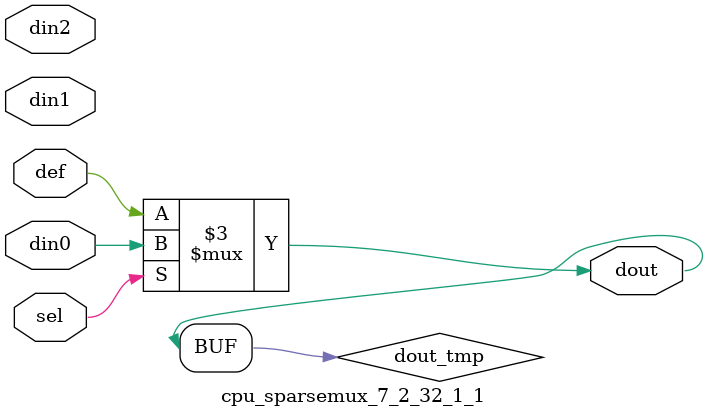
<source format=v>
`timescale 1ns / 1ps

module cpu_sparsemux_7_2_32_1_1 (din0,din1,din2,def,sel,dout);

parameter din0_WIDTH = 1;

parameter din1_WIDTH = 1;

parameter din2_WIDTH = 1;

parameter def_WIDTH = 1;
parameter sel_WIDTH = 1;
parameter dout_WIDTH = 1;

parameter [sel_WIDTH-1:0] CASE0 = 1;

parameter [sel_WIDTH-1:0] CASE1 = 1;

parameter [sel_WIDTH-1:0] CASE2 = 1;

parameter ID = 1;
parameter NUM_STAGE = 1;



input [din0_WIDTH-1:0] din0;

input [din1_WIDTH-1:0] din1;

input [din2_WIDTH-1:0] din2;

input [def_WIDTH-1:0] def;
input [sel_WIDTH-1:0] sel;

output [dout_WIDTH-1:0] dout;



reg [dout_WIDTH-1:0] dout_tmp;


always @ (*) begin
(* parallel_case *) case (sel)
    
    CASE0 : dout_tmp = din0;
    
    CASE1 : dout_tmp = din1;
    
    CASE2 : dout_tmp = din2;
    
    default : dout_tmp = def;
endcase
end


assign dout = dout_tmp;



endmodule

</source>
